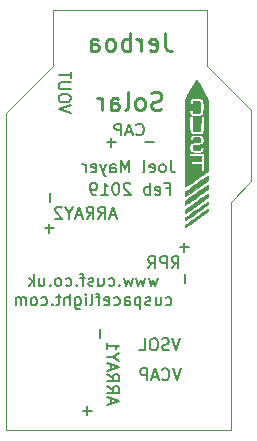
<source format=gbr>
%TF.GenerationSoftware,KiCad,Pcbnew,(5.0.0-rc3-dev)*%
%TF.CreationDate,2019-02-19T23:08:01+00:00*%
%TF.ProjectId,solar_breakout,736F6C61725F627265616B6F75742E6B,rev?*%
%TF.SameCoordinates,Original*%
%TF.FileFunction,Legend,Bot*%
%TF.FilePolarity,Positive*%
%FSLAX46Y46*%
G04 Gerber Fmt 4.6, Leading zero omitted, Abs format (unit mm)*
G04 Created by KiCad (PCBNEW (5.0.0-rc3-dev)) date 02/19/19 23:08:01*
%MOMM*%
%LPD*%
G01*
G04 APERTURE LIST*
%ADD10C,0.150000*%
%ADD11C,0.250000*%
%ADD12C,0.010000*%
%ADD13C,0.100000*%
G04 APERTURE END LIST*
D10*
X151512540Y-111391274D02*
X151322064Y-112057940D01*
X151131588Y-111581750D01*
X150941112Y-112057940D01*
X150750636Y-111391274D01*
X150464921Y-111391274D02*
X150274445Y-112057940D01*
X150083969Y-111581750D01*
X149893493Y-112057940D01*
X149703017Y-111391274D01*
X149417302Y-111391274D02*
X149226826Y-112057940D01*
X149036350Y-111581750D01*
X148845874Y-112057940D01*
X148655398Y-111391274D01*
X148274445Y-111962702D02*
X148226826Y-112010321D01*
X148274445Y-112057940D01*
X148322064Y-112010321D01*
X148274445Y-111962702D01*
X148274445Y-112057940D01*
X147369683Y-112010321D02*
X147464921Y-112057940D01*
X147655398Y-112057940D01*
X147750636Y-112010321D01*
X147798255Y-111962702D01*
X147845874Y-111867464D01*
X147845874Y-111581750D01*
X147798255Y-111486512D01*
X147750636Y-111438893D01*
X147655398Y-111391274D01*
X147464921Y-111391274D01*
X147369683Y-111438893D01*
X146512540Y-111391274D02*
X146512540Y-112057940D01*
X146941112Y-111391274D02*
X146941112Y-111915083D01*
X146893493Y-112010321D01*
X146798255Y-112057940D01*
X146655398Y-112057940D01*
X146560160Y-112010321D01*
X146512540Y-111962702D01*
X146083969Y-112010321D02*
X145988731Y-112057940D01*
X145798255Y-112057940D01*
X145703017Y-112010321D01*
X145655398Y-111915083D01*
X145655398Y-111867464D01*
X145703017Y-111772226D01*
X145798255Y-111724607D01*
X145941112Y-111724607D01*
X146036350Y-111676988D01*
X146083969Y-111581750D01*
X146083969Y-111534131D01*
X146036350Y-111438893D01*
X145941112Y-111391274D01*
X145798255Y-111391274D01*
X145703017Y-111438893D01*
X145369683Y-111391274D02*
X144988731Y-111391274D01*
X145226826Y-112057940D02*
X145226826Y-111200798D01*
X145179207Y-111105560D01*
X145083969Y-111057940D01*
X144988731Y-111057940D01*
X144655398Y-111962702D02*
X144607779Y-112010321D01*
X144655398Y-112057940D01*
X144703017Y-112010321D01*
X144655398Y-111962702D01*
X144655398Y-112057940D01*
X143750636Y-112010321D02*
X143845874Y-112057940D01*
X144036350Y-112057940D01*
X144131588Y-112010321D01*
X144179207Y-111962702D01*
X144226826Y-111867464D01*
X144226826Y-111581750D01*
X144179207Y-111486512D01*
X144131588Y-111438893D01*
X144036350Y-111391274D01*
X143845874Y-111391274D01*
X143750636Y-111438893D01*
X143179207Y-112057940D02*
X143274445Y-112010321D01*
X143322064Y-111962702D01*
X143369683Y-111867464D01*
X143369683Y-111581750D01*
X143322064Y-111486512D01*
X143274445Y-111438893D01*
X143179207Y-111391274D01*
X143036350Y-111391274D01*
X142941112Y-111438893D01*
X142893493Y-111486512D01*
X142845874Y-111581750D01*
X142845874Y-111867464D01*
X142893493Y-111962702D01*
X142941112Y-112010321D01*
X143036350Y-112057940D01*
X143179207Y-112057940D01*
X142417302Y-111962702D02*
X142369683Y-112010321D01*
X142417302Y-112057940D01*
X142464921Y-112010321D01*
X142417302Y-111962702D01*
X142417302Y-112057940D01*
X141512540Y-111391274D02*
X141512540Y-112057940D01*
X141941112Y-111391274D02*
X141941112Y-111915083D01*
X141893493Y-112010321D01*
X141798255Y-112057940D01*
X141655398Y-112057940D01*
X141560160Y-112010321D01*
X141512540Y-111962702D01*
X141036350Y-112057940D02*
X141036350Y-111057940D01*
X140941112Y-111676988D02*
X140655398Y-112057940D01*
X140655398Y-111391274D02*
X141036350Y-111772226D01*
X152203017Y-113660321D02*
X152298255Y-113707940D01*
X152488731Y-113707940D01*
X152583969Y-113660321D01*
X152631588Y-113612702D01*
X152679207Y-113517464D01*
X152679207Y-113231750D01*
X152631588Y-113136512D01*
X152583969Y-113088893D01*
X152488731Y-113041274D01*
X152298255Y-113041274D01*
X152203017Y-113088893D01*
X151345874Y-113041274D02*
X151345874Y-113707940D01*
X151774445Y-113041274D02*
X151774445Y-113565083D01*
X151726826Y-113660321D01*
X151631588Y-113707940D01*
X151488731Y-113707940D01*
X151393493Y-113660321D01*
X151345874Y-113612702D01*
X150917302Y-113660321D02*
X150822064Y-113707940D01*
X150631588Y-113707940D01*
X150536350Y-113660321D01*
X150488731Y-113565083D01*
X150488731Y-113517464D01*
X150536350Y-113422226D01*
X150631588Y-113374607D01*
X150774445Y-113374607D01*
X150869683Y-113326988D01*
X150917302Y-113231750D01*
X150917302Y-113184131D01*
X150869683Y-113088893D01*
X150774445Y-113041274D01*
X150631588Y-113041274D01*
X150536350Y-113088893D01*
X150060160Y-113041274D02*
X150060160Y-114041274D01*
X150060160Y-113088893D02*
X149964921Y-113041274D01*
X149774445Y-113041274D01*
X149679207Y-113088893D01*
X149631588Y-113136512D01*
X149583969Y-113231750D01*
X149583969Y-113517464D01*
X149631588Y-113612702D01*
X149679207Y-113660321D01*
X149774445Y-113707940D01*
X149964921Y-113707940D01*
X150060160Y-113660321D01*
X148726826Y-113707940D02*
X148726826Y-113184131D01*
X148774445Y-113088893D01*
X148869683Y-113041274D01*
X149060160Y-113041274D01*
X149155398Y-113088893D01*
X148726826Y-113660321D02*
X148822064Y-113707940D01*
X149060160Y-113707940D01*
X149155398Y-113660321D01*
X149203017Y-113565083D01*
X149203017Y-113469845D01*
X149155398Y-113374607D01*
X149060160Y-113326988D01*
X148822064Y-113326988D01*
X148726826Y-113279369D01*
X147822064Y-113660321D02*
X147917302Y-113707940D01*
X148107779Y-113707940D01*
X148203017Y-113660321D01*
X148250636Y-113612702D01*
X148298255Y-113517464D01*
X148298255Y-113231750D01*
X148250636Y-113136512D01*
X148203017Y-113088893D01*
X148107779Y-113041274D01*
X147917302Y-113041274D01*
X147822064Y-113088893D01*
X147012540Y-113660321D02*
X147107779Y-113707940D01*
X147298255Y-113707940D01*
X147393493Y-113660321D01*
X147441112Y-113565083D01*
X147441112Y-113184131D01*
X147393493Y-113088893D01*
X147298255Y-113041274D01*
X147107779Y-113041274D01*
X147012540Y-113088893D01*
X146964921Y-113184131D01*
X146964921Y-113279369D01*
X147441112Y-113374607D01*
X146679207Y-113041274D02*
X146298255Y-113041274D01*
X146536350Y-113707940D02*
X146536350Y-112850798D01*
X146488731Y-112755560D01*
X146393493Y-112707940D01*
X146298255Y-112707940D01*
X145822064Y-113707940D02*
X145917302Y-113660321D01*
X145964921Y-113565083D01*
X145964921Y-112707940D01*
X145441112Y-113707940D02*
X145441112Y-113041274D01*
X145441112Y-112707940D02*
X145488731Y-112755560D01*
X145441112Y-112803179D01*
X145393493Y-112755560D01*
X145441112Y-112707940D01*
X145441112Y-112803179D01*
X144536350Y-113041274D02*
X144536350Y-113850798D01*
X144583969Y-113946036D01*
X144631588Y-113993655D01*
X144726826Y-114041274D01*
X144869683Y-114041274D01*
X144964921Y-113993655D01*
X144536350Y-113660321D02*
X144631588Y-113707940D01*
X144822064Y-113707940D01*
X144917302Y-113660321D01*
X144964921Y-113612702D01*
X145012540Y-113517464D01*
X145012540Y-113231750D01*
X144964921Y-113136512D01*
X144917302Y-113088893D01*
X144822064Y-113041274D01*
X144631588Y-113041274D01*
X144536350Y-113088893D01*
X144060160Y-113707940D02*
X144060160Y-112707940D01*
X143631588Y-113707940D02*
X143631588Y-113184131D01*
X143679207Y-113088893D01*
X143774445Y-113041274D01*
X143917302Y-113041274D01*
X144012540Y-113088893D01*
X144060160Y-113136512D01*
X143298255Y-113041274D02*
X142917302Y-113041274D01*
X143155398Y-112707940D02*
X143155398Y-113565083D01*
X143107779Y-113660321D01*
X143012540Y-113707940D01*
X142917302Y-113707940D01*
X142583969Y-113612702D02*
X142536350Y-113660321D01*
X142583969Y-113707940D01*
X142631588Y-113660321D01*
X142583969Y-113612702D01*
X142583969Y-113707940D01*
X141679207Y-113660321D02*
X141774445Y-113707940D01*
X141964921Y-113707940D01*
X142060160Y-113660321D01*
X142107779Y-113612702D01*
X142155398Y-113517464D01*
X142155398Y-113231750D01*
X142107779Y-113136512D01*
X142060160Y-113088893D01*
X141964921Y-113041274D01*
X141774445Y-113041274D01*
X141679207Y-113088893D01*
X141107779Y-113707940D02*
X141203017Y-113660321D01*
X141250636Y-113612702D01*
X141298255Y-113517464D01*
X141298255Y-113231750D01*
X141250636Y-113136512D01*
X141203017Y-113088893D01*
X141107779Y-113041274D01*
X140964921Y-113041274D01*
X140869683Y-113088893D01*
X140822064Y-113136512D01*
X140774445Y-113231750D01*
X140774445Y-113517464D01*
X140822064Y-113612702D01*
X140869683Y-113660321D01*
X140964921Y-113707940D01*
X141107779Y-113707940D01*
X140345874Y-113707940D02*
X140345874Y-113041274D01*
X140345874Y-113136512D02*
X140298255Y-113088893D01*
X140203017Y-113041274D01*
X140060160Y-113041274D01*
X139964921Y-113088893D01*
X139917302Y-113184131D01*
X139917302Y-113707940D01*
X139917302Y-113184131D02*
X139869683Y-113088893D01*
X139774445Y-113041274D01*
X139631588Y-113041274D01*
X139536350Y-113088893D01*
X139488731Y-113184131D01*
X139488731Y-113707940D01*
X152223809Y-103814571D02*
X152557142Y-103814571D01*
X152557142Y-104338380D02*
X152557142Y-103338380D01*
X152080952Y-103338380D01*
X151319047Y-104290761D02*
X151414285Y-104338380D01*
X151604761Y-104338380D01*
X151700000Y-104290761D01*
X151747619Y-104195523D01*
X151747619Y-103814571D01*
X151700000Y-103719333D01*
X151604761Y-103671714D01*
X151414285Y-103671714D01*
X151319047Y-103719333D01*
X151271428Y-103814571D01*
X151271428Y-103909809D01*
X151747619Y-104005047D01*
X150842857Y-104338380D02*
X150842857Y-103338380D01*
X150842857Y-103719333D02*
X150747619Y-103671714D01*
X150557142Y-103671714D01*
X150461904Y-103719333D01*
X150414285Y-103766952D01*
X150366666Y-103862190D01*
X150366666Y-104147904D01*
X150414285Y-104243142D01*
X150461904Y-104290761D01*
X150557142Y-104338380D01*
X150747619Y-104338380D01*
X150842857Y-104290761D01*
X149223809Y-103433619D02*
X149176190Y-103386000D01*
X149080952Y-103338380D01*
X148842857Y-103338380D01*
X148747619Y-103386000D01*
X148700000Y-103433619D01*
X148652380Y-103528857D01*
X148652380Y-103624095D01*
X148700000Y-103766952D01*
X149271428Y-104338380D01*
X148652380Y-104338380D01*
X148033333Y-103338380D02*
X147938095Y-103338380D01*
X147842857Y-103386000D01*
X147795238Y-103433619D01*
X147747619Y-103528857D01*
X147700000Y-103719333D01*
X147700000Y-103957428D01*
X147747619Y-104147904D01*
X147795238Y-104243142D01*
X147842857Y-104290761D01*
X147938095Y-104338380D01*
X148033333Y-104338380D01*
X148128571Y-104290761D01*
X148176190Y-104243142D01*
X148223809Y-104147904D01*
X148271428Y-103957428D01*
X148271428Y-103719333D01*
X148223809Y-103528857D01*
X148176190Y-103433619D01*
X148128571Y-103386000D01*
X148033333Y-103338380D01*
X146747619Y-104338380D02*
X147319047Y-104338380D01*
X147033333Y-104338380D02*
X147033333Y-103338380D01*
X147128571Y-103481238D01*
X147223809Y-103576476D01*
X147319047Y-103624095D01*
X146271428Y-104338380D02*
X146080952Y-104338380D01*
X145985714Y-104290761D01*
X145938095Y-104243142D01*
X145842857Y-104100285D01*
X145795238Y-103909809D01*
X145795238Y-103528857D01*
X145842857Y-103433619D01*
X145890476Y-103386000D01*
X145985714Y-103338380D01*
X146176190Y-103338380D01*
X146271428Y-103386000D01*
X146319047Y-103433619D01*
X146366666Y-103528857D01*
X146366666Y-103766952D01*
X146319047Y-103862190D01*
X146271428Y-103909809D01*
X146176190Y-103957428D01*
X145985714Y-103957428D01*
X145890476Y-103909809D01*
X145842857Y-103862190D01*
X145795238Y-103766952D01*
X152621809Y-101433380D02*
X152621809Y-102147666D01*
X152669428Y-102290523D01*
X152764666Y-102385761D01*
X152907523Y-102433380D01*
X153002761Y-102433380D01*
X152002761Y-102433380D02*
X152098000Y-102385761D01*
X152145619Y-102338142D01*
X152193238Y-102242904D01*
X152193238Y-101957190D01*
X152145619Y-101861952D01*
X152098000Y-101814333D01*
X152002761Y-101766714D01*
X151859904Y-101766714D01*
X151764666Y-101814333D01*
X151717047Y-101861952D01*
X151669428Y-101957190D01*
X151669428Y-102242904D01*
X151717047Y-102338142D01*
X151764666Y-102385761D01*
X151859904Y-102433380D01*
X152002761Y-102433380D01*
X150859904Y-102385761D02*
X150955142Y-102433380D01*
X151145619Y-102433380D01*
X151240857Y-102385761D01*
X151288476Y-102290523D01*
X151288476Y-101909571D01*
X151240857Y-101814333D01*
X151145619Y-101766714D01*
X150955142Y-101766714D01*
X150859904Y-101814333D01*
X150812285Y-101909571D01*
X150812285Y-102004809D01*
X151288476Y-102100047D01*
X150240857Y-102433380D02*
X150336095Y-102385761D01*
X150383714Y-102290523D01*
X150383714Y-101433380D01*
X149098000Y-102433380D02*
X149098000Y-101433380D01*
X148764666Y-102147666D01*
X148431333Y-101433380D01*
X148431333Y-102433380D01*
X147526571Y-102433380D02*
X147526571Y-101909571D01*
X147574190Y-101814333D01*
X147669428Y-101766714D01*
X147859904Y-101766714D01*
X147955142Y-101814333D01*
X147526571Y-102385761D02*
X147621809Y-102433380D01*
X147859904Y-102433380D01*
X147955142Y-102385761D01*
X148002761Y-102290523D01*
X148002761Y-102195285D01*
X147955142Y-102100047D01*
X147859904Y-102052428D01*
X147621809Y-102052428D01*
X147526571Y-102004809D01*
X147145619Y-101766714D02*
X146907523Y-102433380D01*
X146669428Y-101766714D02*
X146907523Y-102433380D01*
X147002761Y-102671476D01*
X147050380Y-102719095D01*
X147145619Y-102766714D01*
X145907523Y-102385761D02*
X146002761Y-102433380D01*
X146193238Y-102433380D01*
X146288476Y-102385761D01*
X146336095Y-102290523D01*
X146336095Y-101909571D01*
X146288476Y-101814333D01*
X146193238Y-101766714D01*
X146002761Y-101766714D01*
X145907523Y-101814333D01*
X145859904Y-101909571D01*
X145859904Y-102004809D01*
X146336095Y-102100047D01*
X145431333Y-102433380D02*
X145431333Y-101766714D01*
X145431333Y-101957190D02*
X145383714Y-101861952D01*
X145336095Y-101814333D01*
X145240857Y-101766714D01*
X145145619Y-101766714D01*
X142413028Y-104190847D02*
X142413028Y-104952752D01*
X153846052Y-111785352D02*
X153846052Y-111023447D01*
D11*
X152128571Y-90678571D02*
X152128571Y-91750000D01*
X152200000Y-91964285D01*
X152342857Y-92107142D01*
X152557142Y-92178571D01*
X152700000Y-92178571D01*
X150842857Y-92107142D02*
X150985714Y-92178571D01*
X151271428Y-92178571D01*
X151414285Y-92107142D01*
X151485714Y-91964285D01*
X151485714Y-91392857D01*
X151414285Y-91250000D01*
X151271428Y-91178571D01*
X150985714Y-91178571D01*
X150842857Y-91250000D01*
X150771428Y-91392857D01*
X150771428Y-91535714D01*
X151485714Y-91678571D01*
X150128571Y-92178571D02*
X150128571Y-91178571D01*
X150128571Y-91464285D02*
X150057142Y-91321428D01*
X149985714Y-91250000D01*
X149842857Y-91178571D01*
X149700000Y-91178571D01*
X149200000Y-92178571D02*
X149200000Y-90678571D01*
X149200000Y-91250000D02*
X149057142Y-91178571D01*
X148771428Y-91178571D01*
X148628571Y-91250000D01*
X148557142Y-91321428D01*
X148485714Y-91464285D01*
X148485714Y-91892857D01*
X148557142Y-92035714D01*
X148628571Y-92107142D01*
X148771428Y-92178571D01*
X149057142Y-92178571D01*
X149200000Y-92107142D01*
X147628571Y-92178571D02*
X147771428Y-92107142D01*
X147842857Y-92035714D01*
X147914285Y-91892857D01*
X147914285Y-91464285D01*
X147842857Y-91321428D01*
X147771428Y-91250000D01*
X147628571Y-91178571D01*
X147414285Y-91178571D01*
X147271428Y-91250000D01*
X147200000Y-91321428D01*
X147128571Y-91464285D01*
X147128571Y-91892857D01*
X147200000Y-92035714D01*
X147271428Y-92107142D01*
X147414285Y-92178571D01*
X147628571Y-92178571D01*
X145842857Y-92178571D02*
X145842857Y-91392857D01*
X145914285Y-91250000D01*
X146057142Y-91178571D01*
X146342857Y-91178571D01*
X146485714Y-91250000D01*
X145842857Y-92107142D02*
X145985714Y-92178571D01*
X146342857Y-92178571D01*
X146485714Y-92107142D01*
X146557142Y-91964285D01*
X146557142Y-91821428D01*
X146485714Y-91678571D01*
X146342857Y-91607142D01*
X145985714Y-91607142D01*
X145842857Y-91535714D01*
X151842857Y-97107142D02*
X151628571Y-97178571D01*
X151271428Y-97178571D01*
X151128571Y-97107142D01*
X151057142Y-97035714D01*
X150985714Y-96892857D01*
X150985714Y-96750000D01*
X151057142Y-96607142D01*
X151128571Y-96535714D01*
X151271428Y-96464285D01*
X151557142Y-96392857D01*
X151700000Y-96321428D01*
X151771428Y-96250000D01*
X151842857Y-96107142D01*
X151842857Y-95964285D01*
X151771428Y-95821428D01*
X151700000Y-95750000D01*
X151557142Y-95678571D01*
X151200000Y-95678571D01*
X150985714Y-95750000D01*
X150128571Y-97178571D02*
X150271428Y-97107142D01*
X150342857Y-97035714D01*
X150414285Y-96892857D01*
X150414285Y-96464285D01*
X150342857Y-96321428D01*
X150271428Y-96250000D01*
X150128571Y-96178571D01*
X149914285Y-96178571D01*
X149771428Y-96250000D01*
X149700000Y-96321428D01*
X149628571Y-96464285D01*
X149628571Y-96892857D01*
X149700000Y-97035714D01*
X149771428Y-97107142D01*
X149914285Y-97178571D01*
X150128571Y-97178571D01*
X148771428Y-97178571D02*
X148914285Y-97107142D01*
X148985714Y-96964285D01*
X148985714Y-95678571D01*
X147557142Y-97178571D02*
X147557142Y-96392857D01*
X147628571Y-96250000D01*
X147771428Y-96178571D01*
X148057142Y-96178571D01*
X148200000Y-96250000D01*
X147557142Y-97107142D02*
X147700000Y-97178571D01*
X148057142Y-97178571D01*
X148200000Y-97107142D01*
X148271428Y-96964285D01*
X148271428Y-96821428D01*
X148200000Y-96678571D01*
X148057142Y-96607142D01*
X147700000Y-96607142D01*
X147557142Y-96535714D01*
X146842857Y-97178571D02*
X146842857Y-96178571D01*
X146842857Y-96464285D02*
X146771428Y-96321428D01*
X146700000Y-96250000D01*
X146557142Y-96178571D01*
X146414285Y-96178571D01*
D12*
X157700000Y-124300000D02*
X138700000Y-124300000D01*
X157700000Y-104950000D02*
X157700000Y-124300000D01*
X159450000Y-97200000D02*
X159450000Y-103200000D01*
X157700000Y-104950000D02*
X159450000Y-103200000D01*
X138700000Y-97450000D02*
X138700000Y-124300000D01*
X155700000Y-93450000D02*
X155700000Y-88700000D01*
X159450000Y-97200000D02*
X155700000Y-93450000D01*
X142700000Y-93450000D02*
X142700000Y-88700000D01*
X138700000Y-97450000D02*
X142700000Y-93450000D01*
X155700000Y-88700000D02*
X142700000Y-88700000D01*
D10*
X147986428Y-106084666D02*
X147510238Y-106084666D01*
X148081666Y-106370380D02*
X147748333Y-105370380D01*
X147415000Y-106370380D01*
X146510238Y-106370380D02*
X146843571Y-105894190D01*
X147081666Y-106370380D02*
X147081666Y-105370380D01*
X146700714Y-105370380D01*
X146605476Y-105418000D01*
X146557857Y-105465619D01*
X146510238Y-105560857D01*
X146510238Y-105703714D01*
X146557857Y-105798952D01*
X146605476Y-105846571D01*
X146700714Y-105894190D01*
X147081666Y-105894190D01*
X145510238Y-106370380D02*
X145843571Y-105894190D01*
X146081666Y-106370380D02*
X146081666Y-105370380D01*
X145700714Y-105370380D01*
X145605476Y-105418000D01*
X145557857Y-105465619D01*
X145510238Y-105560857D01*
X145510238Y-105703714D01*
X145557857Y-105798952D01*
X145605476Y-105846571D01*
X145700714Y-105894190D01*
X146081666Y-105894190D01*
X145129285Y-106084666D02*
X144653095Y-106084666D01*
X145224523Y-106370380D02*
X144891190Y-105370380D01*
X144557857Y-106370380D01*
X144034047Y-105894190D02*
X144034047Y-106370380D01*
X144367380Y-105370380D02*
X144034047Y-105894190D01*
X143700714Y-105370380D01*
X143415000Y-105465619D02*
X143367380Y-105418000D01*
X143272142Y-105370380D01*
X143034047Y-105370380D01*
X142938809Y-105418000D01*
X142891190Y-105465619D01*
X142843571Y-105560857D01*
X142843571Y-105656095D01*
X142891190Y-105798952D01*
X143462619Y-106370380D01*
X142843571Y-106370380D01*
X146629428Y-115697047D02*
X146629428Y-116458952D01*
X153409528Y-108792971D02*
X154171433Y-108792971D01*
X153790481Y-108412019D02*
X153790481Y-109173923D01*
X142722552Y-107183228D02*
X141960647Y-107183228D01*
X142341600Y-107564180D02*
X142341600Y-106802276D01*
X145922952Y-122626428D02*
X145161047Y-122626428D01*
X145542000Y-123007380D02*
X145542000Y-122245476D01*
X149717047Y-99226642D02*
X149764666Y-99274261D01*
X149907523Y-99321880D01*
X150002761Y-99321880D01*
X150145619Y-99274261D01*
X150240857Y-99179023D01*
X150288476Y-99083785D01*
X150336095Y-98893309D01*
X150336095Y-98750452D01*
X150288476Y-98559976D01*
X150240857Y-98464738D01*
X150145619Y-98369500D01*
X150002761Y-98321880D01*
X149907523Y-98321880D01*
X149764666Y-98369500D01*
X149717047Y-98417119D01*
X149336095Y-99036166D02*
X148859904Y-99036166D01*
X149431333Y-99321880D02*
X149098000Y-98321880D01*
X148764666Y-99321880D01*
X148431333Y-99321880D02*
X148431333Y-98321880D01*
X148050380Y-98321880D01*
X147955142Y-98369500D01*
X147907523Y-98417119D01*
X147859904Y-98512357D01*
X147859904Y-98655214D01*
X147907523Y-98750452D01*
X147955142Y-98798071D01*
X148050380Y-98845690D01*
X148431333Y-98845690D01*
X152709476Y-110561380D02*
X153042809Y-110085190D01*
X153280904Y-110561380D02*
X153280904Y-109561380D01*
X152899952Y-109561380D01*
X152804714Y-109609000D01*
X152757095Y-109656619D01*
X152709476Y-109751857D01*
X152709476Y-109894714D01*
X152757095Y-109989952D01*
X152804714Y-110037571D01*
X152899952Y-110085190D01*
X153280904Y-110085190D01*
X152280904Y-110561380D02*
X152280904Y-109561380D01*
X151899952Y-109561380D01*
X151804714Y-109609000D01*
X151757095Y-109656619D01*
X151709476Y-109751857D01*
X151709476Y-109894714D01*
X151757095Y-109989952D01*
X151804714Y-110037571D01*
X151899952Y-110085190D01*
X152280904Y-110085190D01*
X150709476Y-110561380D02*
X151042809Y-110085190D01*
X151280904Y-110561380D02*
X151280904Y-109561380D01*
X150899952Y-109561380D01*
X150804714Y-109609000D01*
X150757095Y-109656619D01*
X150709476Y-109751857D01*
X150709476Y-109894714D01*
X150757095Y-109989952D01*
X150804714Y-110037571D01*
X150899952Y-110085190D01*
X151280904Y-110085190D01*
X147534333Y-122014928D02*
X147534333Y-121538738D01*
X147248619Y-122110166D02*
X148248619Y-121776833D01*
X147248619Y-121443500D01*
X147248619Y-120538738D02*
X147724809Y-120872071D01*
X147248619Y-121110166D02*
X148248619Y-121110166D01*
X148248619Y-120729214D01*
X148201000Y-120633976D01*
X148153380Y-120586357D01*
X148058142Y-120538738D01*
X147915285Y-120538738D01*
X147820047Y-120586357D01*
X147772428Y-120633976D01*
X147724809Y-120729214D01*
X147724809Y-121110166D01*
X147248619Y-119538738D02*
X147724809Y-119872071D01*
X147248619Y-120110166D02*
X148248619Y-120110166D01*
X148248619Y-119729214D01*
X148201000Y-119633976D01*
X148153380Y-119586357D01*
X148058142Y-119538738D01*
X147915285Y-119538738D01*
X147820047Y-119586357D01*
X147772428Y-119633976D01*
X147724809Y-119729214D01*
X147724809Y-120110166D01*
X147534333Y-119157785D02*
X147534333Y-118681595D01*
X147248619Y-119253023D02*
X148248619Y-118919690D01*
X147248619Y-118586357D01*
X147724809Y-118062547D02*
X147248619Y-118062547D01*
X148248619Y-118395880D02*
X147724809Y-118062547D01*
X148248619Y-117729214D01*
X147248619Y-116872071D02*
X147248619Y-117443500D01*
X147248619Y-117157785D02*
X148248619Y-117157785D01*
X148105761Y-117253023D01*
X148010523Y-117348261D01*
X147962904Y-117443500D01*
X153461904Y-119052380D02*
X153128571Y-120052380D01*
X152795238Y-119052380D01*
X151890476Y-119957142D02*
X151938095Y-120004761D01*
X152080952Y-120052380D01*
X152176190Y-120052380D01*
X152319047Y-120004761D01*
X152414285Y-119909523D01*
X152461904Y-119814285D01*
X152509523Y-119623809D01*
X152509523Y-119480952D01*
X152461904Y-119290476D01*
X152414285Y-119195238D01*
X152319047Y-119100000D01*
X152176190Y-119052380D01*
X152080952Y-119052380D01*
X151938095Y-119100000D01*
X151890476Y-119147619D01*
X151509523Y-119766666D02*
X151033333Y-119766666D01*
X151604761Y-120052380D02*
X151271428Y-119052380D01*
X150938095Y-120052380D01*
X150604761Y-120052380D02*
X150604761Y-119052380D01*
X150223809Y-119052380D01*
X150128571Y-119100000D01*
X150080952Y-119147619D01*
X150033333Y-119242857D01*
X150033333Y-119385714D01*
X150080952Y-119480952D01*
X150128571Y-119528571D01*
X150223809Y-119576190D01*
X150604761Y-119576190D01*
X153438095Y-116512380D02*
X153104761Y-117512380D01*
X152771428Y-116512380D01*
X152485714Y-117464761D02*
X152342857Y-117512380D01*
X152104761Y-117512380D01*
X152009523Y-117464761D01*
X151961904Y-117417142D01*
X151914285Y-117321904D01*
X151914285Y-117226666D01*
X151961904Y-117131428D01*
X152009523Y-117083809D01*
X152104761Y-117036190D01*
X152295238Y-116988571D01*
X152390476Y-116940952D01*
X152438095Y-116893333D01*
X152485714Y-116798095D01*
X152485714Y-116702857D01*
X152438095Y-116607619D01*
X152390476Y-116560000D01*
X152295238Y-116512380D01*
X152057142Y-116512380D01*
X151914285Y-116560000D01*
X151295238Y-116512380D02*
X151104761Y-116512380D01*
X151009523Y-116560000D01*
X150914285Y-116655238D01*
X150866666Y-116845714D01*
X150866666Y-117179047D01*
X150914285Y-117369523D01*
X151009523Y-117464761D01*
X151104761Y-117512380D01*
X151295238Y-117512380D01*
X151390476Y-117464761D01*
X151485714Y-117369523D01*
X151533333Y-117179047D01*
X151533333Y-116845714D01*
X151485714Y-116655238D01*
X151390476Y-116560000D01*
X151295238Y-116512380D01*
X149961904Y-117512380D02*
X150438095Y-117512380D01*
X150438095Y-116512380D01*
X144147619Y-97456404D02*
X143147619Y-97123071D01*
X144147619Y-96789738D01*
X144147619Y-96265928D02*
X144147619Y-96075452D01*
X144100000Y-95980214D01*
X144004761Y-95884976D01*
X143814285Y-95837357D01*
X143480952Y-95837357D01*
X143290476Y-95884976D01*
X143195238Y-95980214D01*
X143147619Y-96075452D01*
X143147619Y-96265928D01*
X143195238Y-96361166D01*
X143290476Y-96456404D01*
X143480952Y-96504023D01*
X143814285Y-96504023D01*
X144004761Y-96456404D01*
X144100000Y-96361166D01*
X144147619Y-96265928D01*
X144147619Y-95408785D02*
X143338095Y-95408785D01*
X143242857Y-95361166D01*
X143195238Y-95313547D01*
X143147619Y-95218309D01*
X143147619Y-95027833D01*
X143195238Y-94932595D01*
X143242857Y-94884976D01*
X143338095Y-94837357D01*
X144147619Y-94837357D01*
X144147619Y-94504023D02*
X144147619Y-93932595D01*
X143147619Y-94218309D02*
X144147619Y-94218309D01*
D13*
G36*
X153818046Y-96325874D02*
X153823398Y-99973645D01*
X153824078Y-100434080D01*
X153824723Y-100854045D01*
X153825357Y-101235406D01*
X153826005Y-101580026D01*
X153826689Y-101889770D01*
X153827436Y-102166502D01*
X153828270Y-102412087D01*
X153829214Y-102628388D01*
X153830293Y-102817271D01*
X153831531Y-102980598D01*
X153832953Y-103120235D01*
X153834583Y-103238047D01*
X153836445Y-103335896D01*
X153838564Y-103415648D01*
X153840964Y-103479166D01*
X153843670Y-103528315D01*
X153846705Y-103564960D01*
X153850094Y-103590965D01*
X153853862Y-103608193D01*
X153858032Y-103618509D01*
X153862629Y-103623778D01*
X153867678Y-103625864D01*
X153871083Y-103626380D01*
X153898457Y-103615381D01*
X153958353Y-103580682D01*
X154049026Y-103523439D01*
X154168729Y-103444807D01*
X154193027Y-103428463D01*
X154193027Y-97133833D01*
X154333680Y-97133833D01*
X154474333Y-97133833D01*
X154474333Y-97206539D01*
X154486339Y-97303783D01*
X154520165Y-97375782D01*
X154556933Y-97407894D01*
X154616433Y-97426846D01*
X154702921Y-97439361D01*
X154801453Y-97444794D01*
X154897081Y-97442495D01*
X154974859Y-97431820D01*
X154992847Y-97426763D01*
X155038411Y-97406484D01*
X155073016Y-97376681D01*
X155098128Y-97331854D01*
X155115211Y-97266501D01*
X155125730Y-97175120D01*
X155131149Y-97052210D01*
X155132910Y-96900690D01*
X155131068Y-96737848D01*
X155123808Y-96612828D01*
X155110258Y-96521364D01*
X155089542Y-96459188D01*
X155060786Y-96422034D01*
X155031890Y-96407590D01*
X154939724Y-96386050D01*
X154858144Y-96377607D01*
X154765324Y-96380626D01*
X154722786Y-96384416D01*
X154618810Y-96400503D01*
X154550549Y-96427568D01*
X154511832Y-96470440D01*
X154496490Y-96533950D01*
X154495500Y-96562333D01*
X154495500Y-96647000D01*
X154355019Y-96647000D01*
X154214537Y-96647000D01*
X154225233Y-96513752D01*
X154242419Y-96395841D01*
X154275690Y-96305074D01*
X154329524Y-96238415D01*
X154408395Y-96192829D01*
X154516781Y-96165282D01*
X154659158Y-96152739D01*
X154760083Y-96151145D01*
X154937376Y-96156981D01*
X155078316Y-96174939D01*
X155187670Y-96207090D01*
X155270207Y-96255503D01*
X155330697Y-96322249D01*
X155373908Y-96409399D01*
X155377409Y-96419163D01*
X155398027Y-96508234D01*
X155411139Y-96628487D01*
X155417111Y-96770268D01*
X155416308Y-96923918D01*
X155409096Y-97079780D01*
X155395841Y-97228198D01*
X155376909Y-97359514D01*
X155352663Y-97464071D01*
X155336155Y-97508990D01*
X155290635Y-97565881D01*
X155214517Y-97616321D01*
X155119533Y-97653206D01*
X155084267Y-97661547D01*
X154979129Y-97674948D01*
X154849832Y-97680825D01*
X154713871Y-97679193D01*
X154588741Y-97670068D01*
X154526273Y-97661028D01*
X154447720Y-97643396D01*
X154378164Y-97622531D01*
X154345323Y-97609044D01*
X154284085Y-97553934D01*
X154239019Y-97461307D01*
X154210951Y-97333103D01*
X154205397Y-97281390D01*
X154193027Y-97133833D01*
X154193027Y-103428463D01*
X154194880Y-103427217D01*
X154194880Y-97705333D01*
X154334607Y-97705333D01*
X154474333Y-97705333D01*
X154475255Y-98218625D01*
X154476350Y-98412004D01*
X154479161Y-98567581D01*
X154484128Y-98689868D01*
X154491692Y-98783378D01*
X154502291Y-98852623D01*
X154516368Y-98902114D01*
X154534360Y-98936364D01*
X154546688Y-98950947D01*
X154586297Y-98968743D01*
X154656479Y-98981029D01*
X154745857Y-98987787D01*
X154843053Y-98988996D01*
X154936692Y-98984638D01*
X155015396Y-98974692D01*
X155067790Y-98959141D01*
X155078339Y-98951853D01*
X155099428Y-98924242D01*
X155116157Y-98885101D01*
X155128992Y-98829788D01*
X155138403Y-98753658D01*
X155144857Y-98652069D01*
X155148821Y-98520376D01*
X155150764Y-98353936D01*
X155151162Y-98229208D01*
X155151666Y-97705333D01*
X155290927Y-97705333D01*
X155430187Y-97705333D01*
X155422824Y-98324458D01*
X155420258Y-98510457D01*
X155417279Y-98658933D01*
X155413602Y-98774695D01*
X155408941Y-98862553D01*
X155403011Y-98927317D01*
X155395527Y-98973797D01*
X155386205Y-99006802D01*
X155381735Y-99017667D01*
X155328076Y-99104172D01*
X155254206Y-99162558D01*
X155156971Y-99199423D01*
X155073895Y-99214079D01*
X154962429Y-99223338D01*
X154836186Y-99227073D01*
X154708781Y-99225155D01*
X154593829Y-99217456D01*
X154512417Y-99205508D01*
X154400934Y-99171412D01*
X154321738Y-99120303D01*
X154266131Y-99045779D01*
X154250493Y-99012648D01*
X154239085Y-98981022D01*
X154229941Y-98942537D01*
X154222713Y-98891987D01*
X154217050Y-98824169D01*
X154212604Y-98733879D01*
X154209026Y-98615913D01*
X154205966Y-98465067D01*
X154203609Y-98313875D01*
X154194880Y-97705333D01*
X154194880Y-103427217D01*
X154199166Y-103424334D01*
X154199166Y-101049667D01*
X154199166Y-100933250D01*
X154199166Y-100816833D01*
X154210115Y-100816833D01*
X154210115Y-100325994D01*
X154216656Y-100210183D01*
X154236964Y-100110717D01*
X154269465Y-100038686D01*
X154278481Y-100027188D01*
X154327367Y-99986123D01*
X154395767Y-99954583D01*
X154490508Y-99930456D01*
X154618413Y-99911629D01*
X154669498Y-99906175D01*
X154819977Y-99890912D01*
X154933529Y-99877419D01*
X155015353Y-99863284D01*
X155070646Y-99846091D01*
X155104609Y-99823428D01*
X155122440Y-99792878D01*
X155129337Y-99752029D01*
X155130499Y-99698466D01*
X155130500Y-99692096D01*
X155125103Y-99602702D01*
X155104271Y-99545112D01*
X155061039Y-99509652D01*
X154988444Y-99486651D01*
X154981510Y-99485134D01*
X154833478Y-99463757D01*
X154710583Y-99467486D01*
X154615491Y-99495354D01*
X154550871Y-99546394D01*
X154519387Y-99619640D01*
X154516666Y-99653662D01*
X154512201Y-99675876D01*
X154492656Y-99688361D01*
X154448809Y-99693831D01*
X154376122Y-99695000D01*
X154235577Y-99695000D01*
X154248010Y-99574537D01*
X154270878Y-99463687D01*
X154317022Y-99382030D01*
X154392576Y-99320049D01*
X154422782Y-99303417D01*
X154461697Y-99286326D01*
X154505281Y-99274474D01*
X154561938Y-99266949D01*
X154640072Y-99262839D01*
X154748086Y-99261233D01*
X154813000Y-99261083D01*
X154972770Y-99263444D01*
X155096352Y-99271750D01*
X155189693Y-99287840D01*
X155258739Y-99313549D01*
X155309435Y-99350715D01*
X155347729Y-99401176D01*
X155363727Y-99431231D01*
X155392266Y-99520892D01*
X155407622Y-99634213D01*
X155409345Y-99754480D01*
X155396984Y-99864980D01*
X155377255Y-99933691D01*
X155346540Y-99985839D01*
X155299499Y-100027685D01*
X155231299Y-100060813D01*
X155137106Y-100086809D01*
X155012089Y-100107258D01*
X154851415Y-100123746D01*
X154781250Y-100129212D01*
X154690177Y-100138713D01*
X154610867Y-100152132D01*
X154556090Y-100167116D01*
X154544114Y-100172890D01*
X154503093Y-100221547D01*
X154482739Y-100292864D01*
X154481947Y-100373973D01*
X154499616Y-100452006D01*
X154534643Y-100514094D01*
X154575941Y-100544237D01*
X154621032Y-100552865D01*
X154696261Y-100558419D01*
X154789501Y-100560242D01*
X154851948Y-100559182D01*
X154951850Y-100555238D01*
X155018550Y-100549643D01*
X155061175Y-100540394D01*
X155088856Y-100525487D01*
X155110722Y-100502919D01*
X155111240Y-100502280D01*
X155140043Y-100445153D01*
X155151666Y-100380572D01*
X155151666Y-100308833D01*
X155291689Y-100308833D01*
X155431711Y-100308833D01*
X155416806Y-100430542D01*
X155389386Y-100564813D01*
X155344520Y-100661017D01*
X155281901Y-100719796D01*
X155276802Y-100722547D01*
X155190218Y-100753496D01*
X155072589Y-100775966D01*
X154934502Y-100789165D01*
X154786543Y-100792299D01*
X154639296Y-100784573D01*
X154565631Y-100775871D01*
X154438979Y-100749923D01*
X154347494Y-100710326D01*
X154284677Y-100650917D01*
X154244029Y-100565532D01*
X154219049Y-100448007D01*
X154218914Y-100447059D01*
X154210115Y-100325994D01*
X154210115Y-100816833D01*
X154813000Y-100816833D01*
X155426833Y-100816833D01*
X155426833Y-101568250D01*
X155426833Y-102319667D01*
X155289250Y-102319667D01*
X155151666Y-102319667D01*
X155151666Y-102012750D01*
X155151666Y-101705833D01*
X154738916Y-101705833D01*
X154326166Y-101705833D01*
X154326166Y-101589417D01*
X154326166Y-101473000D01*
X154738916Y-101473000D01*
X155151666Y-101473000D01*
X155151666Y-101261333D01*
X155151666Y-101049667D01*
X154675416Y-101049667D01*
X154199166Y-101049667D01*
X154199166Y-103424334D01*
X154315715Y-103345942D01*
X154488239Y-103227998D01*
X154684553Y-103092132D01*
X154791833Y-103017316D01*
X154965243Y-102895837D01*
X155129585Y-102780206D01*
X155281291Y-102672969D01*
X155416793Y-102576670D01*
X155532525Y-102493855D01*
X155624920Y-102427068D01*
X155690409Y-102378855D01*
X155725426Y-102351760D01*
X155728458Y-102349100D01*
X155786666Y-102294911D01*
X155786666Y-99322085D01*
X155786666Y-96349259D01*
X155731779Y-96238838D01*
X155709427Y-96196055D01*
X155669026Y-96121001D01*
X155613150Y-96018374D01*
X155544376Y-95892871D01*
X155465280Y-95749192D01*
X155378439Y-95592032D01*
X155286428Y-95426091D01*
X155261599Y-95381411D01*
X155156033Y-95192043D01*
X155068703Y-95036753D01*
X154997669Y-94912405D01*
X154940988Y-94815862D01*
X154896721Y-94743986D01*
X154862927Y-94693641D01*
X154837663Y-94661689D01*
X154818990Y-94644994D01*
X154804966Y-94640420D01*
X154803196Y-94640577D01*
X154785236Y-94652387D01*
X154757103Y-94685671D01*
X154717191Y-94742973D01*
X154663892Y-94826838D01*
X154595602Y-94939809D01*
X154510712Y-95084430D01*
X154407617Y-95263245D01*
X154384912Y-95302917D01*
X154293084Y-95463974D01*
X154203758Y-95621485D01*
X154120182Y-95769663D01*
X154045602Y-95902721D01*
X153983265Y-96014872D01*
X153936418Y-96100329D01*
X153913893Y-96142479D01*
X153818046Y-96325874D01*
X153818046Y-96325874D01*
G37*
X153818046Y-96325874D02*
X153823398Y-99973645D01*
X153824078Y-100434080D01*
X153824723Y-100854045D01*
X153825357Y-101235406D01*
X153826005Y-101580026D01*
X153826689Y-101889770D01*
X153827436Y-102166502D01*
X153828270Y-102412087D01*
X153829214Y-102628388D01*
X153830293Y-102817271D01*
X153831531Y-102980598D01*
X153832953Y-103120235D01*
X153834583Y-103238047D01*
X153836445Y-103335896D01*
X153838564Y-103415648D01*
X153840964Y-103479166D01*
X153843670Y-103528315D01*
X153846705Y-103564960D01*
X153850094Y-103590965D01*
X153853862Y-103608193D01*
X153858032Y-103618509D01*
X153862629Y-103623778D01*
X153867678Y-103625864D01*
X153871083Y-103626380D01*
X153898457Y-103615381D01*
X153958353Y-103580682D01*
X154049026Y-103523439D01*
X154168729Y-103444807D01*
X154193027Y-103428463D01*
X154193027Y-97133833D01*
X154333680Y-97133833D01*
X154474333Y-97133833D01*
X154474333Y-97206539D01*
X154486339Y-97303783D01*
X154520165Y-97375782D01*
X154556933Y-97407894D01*
X154616433Y-97426846D01*
X154702921Y-97439361D01*
X154801453Y-97444794D01*
X154897081Y-97442495D01*
X154974859Y-97431820D01*
X154992847Y-97426763D01*
X155038411Y-97406484D01*
X155073016Y-97376681D01*
X155098128Y-97331854D01*
X155115211Y-97266501D01*
X155125730Y-97175120D01*
X155131149Y-97052210D01*
X155132910Y-96900690D01*
X155131068Y-96737848D01*
X155123808Y-96612828D01*
X155110258Y-96521364D01*
X155089542Y-96459188D01*
X155060786Y-96422034D01*
X155031890Y-96407590D01*
X154939724Y-96386050D01*
X154858144Y-96377607D01*
X154765324Y-96380626D01*
X154722786Y-96384416D01*
X154618810Y-96400503D01*
X154550549Y-96427568D01*
X154511832Y-96470440D01*
X154496490Y-96533950D01*
X154495500Y-96562333D01*
X154495500Y-96647000D01*
X154355019Y-96647000D01*
X154214537Y-96647000D01*
X154225233Y-96513752D01*
X154242419Y-96395841D01*
X154275690Y-96305074D01*
X154329524Y-96238415D01*
X154408395Y-96192829D01*
X154516781Y-96165282D01*
X154659158Y-96152739D01*
X154760083Y-96151145D01*
X154937376Y-96156981D01*
X155078316Y-96174939D01*
X155187670Y-96207090D01*
X155270207Y-96255503D01*
X155330697Y-96322249D01*
X155373908Y-96409399D01*
X155377409Y-96419163D01*
X155398027Y-96508234D01*
X155411139Y-96628487D01*
X155417111Y-96770268D01*
X155416308Y-96923918D01*
X155409096Y-97079780D01*
X155395841Y-97228198D01*
X155376909Y-97359514D01*
X155352663Y-97464071D01*
X155336155Y-97508990D01*
X155290635Y-97565881D01*
X155214517Y-97616321D01*
X155119533Y-97653206D01*
X155084267Y-97661547D01*
X154979129Y-97674948D01*
X154849832Y-97680825D01*
X154713871Y-97679193D01*
X154588741Y-97670068D01*
X154526273Y-97661028D01*
X154447720Y-97643396D01*
X154378164Y-97622531D01*
X154345323Y-97609044D01*
X154284085Y-97553934D01*
X154239019Y-97461307D01*
X154210951Y-97333103D01*
X154205397Y-97281390D01*
X154193027Y-97133833D01*
X154193027Y-103428463D01*
X154194880Y-103427217D01*
X154194880Y-97705333D01*
X154334607Y-97705333D01*
X154474333Y-97705333D01*
X154475255Y-98218625D01*
X154476350Y-98412004D01*
X154479161Y-98567581D01*
X154484128Y-98689868D01*
X154491692Y-98783378D01*
X154502291Y-98852623D01*
X154516368Y-98902114D01*
X154534360Y-98936364D01*
X154546688Y-98950947D01*
X154586297Y-98968743D01*
X154656479Y-98981029D01*
X154745857Y-98987787D01*
X154843053Y-98988996D01*
X154936692Y-98984638D01*
X155015396Y-98974692D01*
X155067790Y-98959141D01*
X155078339Y-98951853D01*
X155099428Y-98924242D01*
X155116157Y-98885101D01*
X155128992Y-98829788D01*
X155138403Y-98753658D01*
X155144857Y-98652069D01*
X155148821Y-98520376D01*
X155150764Y-98353936D01*
X155151162Y-98229208D01*
X155151666Y-97705333D01*
X155290927Y-97705333D01*
X155430187Y-97705333D01*
X155422824Y-98324458D01*
X155420258Y-98510457D01*
X155417279Y-98658933D01*
X155413602Y-98774695D01*
X155408941Y-98862553D01*
X155403011Y-98927317D01*
X155395527Y-98973797D01*
X155386205Y-99006802D01*
X155381735Y-99017667D01*
X155328076Y-99104172D01*
X155254206Y-99162558D01*
X155156971Y-99199423D01*
X155073895Y-99214079D01*
X154962429Y-99223338D01*
X154836186Y-99227073D01*
X154708781Y-99225155D01*
X154593829Y-99217456D01*
X154512417Y-99205508D01*
X154400934Y-99171412D01*
X154321738Y-99120303D01*
X154266131Y-99045779D01*
X154250493Y-99012648D01*
X154239085Y-98981022D01*
X154229941Y-98942537D01*
X154222713Y-98891987D01*
X154217050Y-98824169D01*
X154212604Y-98733879D01*
X154209026Y-98615913D01*
X154205966Y-98465067D01*
X154203609Y-98313875D01*
X154194880Y-97705333D01*
X154194880Y-103427217D01*
X154199166Y-103424334D01*
X154199166Y-101049667D01*
X154199166Y-100933250D01*
X154199166Y-100816833D01*
X154210115Y-100816833D01*
X154210115Y-100325994D01*
X154216656Y-100210183D01*
X154236964Y-100110717D01*
X154269465Y-100038686D01*
X154278481Y-100027188D01*
X154327367Y-99986123D01*
X154395767Y-99954583D01*
X154490508Y-99930456D01*
X154618413Y-99911629D01*
X154669498Y-99906175D01*
X154819977Y-99890912D01*
X154933529Y-99877419D01*
X155015353Y-99863284D01*
X155070646Y-99846091D01*
X155104609Y-99823428D01*
X155122440Y-99792878D01*
X155129337Y-99752029D01*
X155130499Y-99698466D01*
X155130500Y-99692096D01*
X155125103Y-99602702D01*
X155104271Y-99545112D01*
X155061039Y-99509652D01*
X154988444Y-99486651D01*
X154981510Y-99485134D01*
X154833478Y-99463757D01*
X154710583Y-99467486D01*
X154615491Y-99495354D01*
X154550871Y-99546394D01*
X154519387Y-99619640D01*
X154516666Y-99653662D01*
X154512201Y-99675876D01*
X154492656Y-99688361D01*
X154448809Y-99693831D01*
X154376122Y-99695000D01*
X154235577Y-99695000D01*
X154248010Y-99574537D01*
X154270878Y-99463687D01*
X154317022Y-99382030D01*
X154392576Y-99320049D01*
X154422782Y-99303417D01*
X154461697Y-99286326D01*
X154505281Y-99274474D01*
X154561938Y-99266949D01*
X154640072Y-99262839D01*
X154748086Y-99261233D01*
X154813000Y-99261083D01*
X154972770Y-99263444D01*
X155096352Y-99271750D01*
X155189693Y-99287840D01*
X155258739Y-99313549D01*
X155309435Y-99350715D01*
X155347729Y-99401176D01*
X155363727Y-99431231D01*
X155392266Y-99520892D01*
X155407622Y-99634213D01*
X155409345Y-99754480D01*
X155396984Y-99864980D01*
X155377255Y-99933691D01*
X155346540Y-99985839D01*
X155299499Y-100027685D01*
X155231299Y-100060813D01*
X155137106Y-100086809D01*
X155012089Y-100107258D01*
X154851415Y-100123746D01*
X154781250Y-100129212D01*
X154690177Y-100138713D01*
X154610867Y-100152132D01*
X154556090Y-100167116D01*
X154544114Y-100172890D01*
X154503093Y-100221547D01*
X154482739Y-100292864D01*
X154481947Y-100373973D01*
X154499616Y-100452006D01*
X154534643Y-100514094D01*
X154575941Y-100544237D01*
X154621032Y-100552865D01*
X154696261Y-100558419D01*
X154789501Y-100560242D01*
X154851948Y-100559182D01*
X154951850Y-100555238D01*
X155018550Y-100549643D01*
X155061175Y-100540394D01*
X155088856Y-100525487D01*
X155110722Y-100502919D01*
X155111240Y-100502280D01*
X155140043Y-100445153D01*
X155151666Y-100380572D01*
X155151666Y-100308833D01*
X155291689Y-100308833D01*
X155431711Y-100308833D01*
X155416806Y-100430542D01*
X155389386Y-100564813D01*
X155344520Y-100661017D01*
X155281901Y-100719796D01*
X155276802Y-100722547D01*
X155190218Y-100753496D01*
X155072589Y-100775966D01*
X154934502Y-100789165D01*
X154786543Y-100792299D01*
X154639296Y-100784573D01*
X154565631Y-100775871D01*
X154438979Y-100749923D01*
X154347494Y-100710326D01*
X154284677Y-100650917D01*
X154244029Y-100565532D01*
X154219049Y-100448007D01*
X154218914Y-100447059D01*
X154210115Y-100325994D01*
X154210115Y-100816833D01*
X154813000Y-100816833D01*
X155426833Y-100816833D01*
X155426833Y-101568250D01*
X155426833Y-102319667D01*
X155289250Y-102319667D01*
X155151666Y-102319667D01*
X155151666Y-102012750D01*
X155151666Y-101705833D01*
X154738916Y-101705833D01*
X154326166Y-101705833D01*
X154326166Y-101589417D01*
X154326166Y-101473000D01*
X154738916Y-101473000D01*
X155151666Y-101473000D01*
X155151666Y-101261333D01*
X155151666Y-101049667D01*
X154675416Y-101049667D01*
X154199166Y-101049667D01*
X154199166Y-103424334D01*
X154315715Y-103345942D01*
X154488239Y-103227998D01*
X154684553Y-103092132D01*
X154791833Y-103017316D01*
X154965243Y-102895837D01*
X155129585Y-102780206D01*
X155281291Y-102672969D01*
X155416793Y-102576670D01*
X155532525Y-102493855D01*
X155624920Y-102427068D01*
X155690409Y-102378855D01*
X155725426Y-102351760D01*
X155728458Y-102349100D01*
X155786666Y-102294911D01*
X155786666Y-99322085D01*
X155786666Y-96349259D01*
X155731779Y-96238838D01*
X155709427Y-96196055D01*
X155669026Y-96121001D01*
X155613150Y-96018374D01*
X155544376Y-95892871D01*
X155465280Y-95749192D01*
X155378439Y-95592032D01*
X155286428Y-95426091D01*
X155261599Y-95381411D01*
X155156033Y-95192043D01*
X155068703Y-95036753D01*
X154997669Y-94912405D01*
X154940988Y-94815862D01*
X154896721Y-94743986D01*
X154862927Y-94693641D01*
X154837663Y-94661689D01*
X154818990Y-94644994D01*
X154804966Y-94640420D01*
X154803196Y-94640577D01*
X154785236Y-94652387D01*
X154757103Y-94685671D01*
X154717191Y-94742973D01*
X154663892Y-94826838D01*
X154595602Y-94939809D01*
X154510712Y-95084430D01*
X154407617Y-95263245D01*
X154384912Y-95302917D01*
X154293084Y-95463974D01*
X154203758Y-95621485D01*
X154120182Y-95769663D01*
X154045602Y-95902721D01*
X153983265Y-96014872D01*
X153936418Y-96100329D01*
X153913893Y-96142479D01*
X153818046Y-96325874D01*
G36*
X153820545Y-104201004D02*
X153822584Y-104269445D01*
X153828569Y-104359917D01*
X153838530Y-104422698D01*
X153851315Y-104450798D01*
X153852576Y-104451391D01*
X153879946Y-104443780D01*
X153931923Y-104416623D01*
X153998805Y-104375173D01*
X154021909Y-104359655D01*
X154229356Y-104217206D01*
X154435688Y-104074717D01*
X154637657Y-103934486D01*
X154832017Y-103798811D01*
X155015519Y-103669988D01*
X155184917Y-103550316D01*
X155336963Y-103442091D01*
X155468410Y-103347612D01*
X155576010Y-103269175D01*
X155656516Y-103209078D01*
X155706680Y-103169619D01*
X155717875Y-103159796D01*
X155752572Y-103124494D01*
X155773073Y-103091934D01*
X155783102Y-103049636D01*
X155786385Y-102985124D01*
X155786666Y-102929348D01*
X155785930Y-102846540D01*
X155782045Y-102797385D01*
X155772501Y-102773205D01*
X155754787Y-102765325D01*
X155739041Y-102764812D01*
X155714830Y-102776643D01*
X155659984Y-102810108D01*
X155578490Y-102862471D01*
X155474329Y-102931000D01*
X155351486Y-103012959D01*
X155213945Y-103105614D01*
X155065688Y-103206231D01*
X154910699Y-103312075D01*
X154752963Y-103420413D01*
X154596462Y-103528509D01*
X154445180Y-103633630D01*
X154303101Y-103733042D01*
X154174209Y-103824008D01*
X154062486Y-103903797D01*
X153971917Y-103969672D01*
X153906485Y-104018900D01*
X153875500Y-104043949D01*
X153846451Y-104071609D01*
X153829359Y-104099543D01*
X153821600Y-104138943D01*
X153820545Y-104201004D01*
X153820545Y-104201004D01*
G37*
X153820545Y-104201004D02*
X153822584Y-104269445D01*
X153828569Y-104359917D01*
X153838530Y-104422698D01*
X153851315Y-104450798D01*
X153852576Y-104451391D01*
X153879946Y-104443780D01*
X153931923Y-104416623D01*
X153998805Y-104375173D01*
X154021909Y-104359655D01*
X154229356Y-104217206D01*
X154435688Y-104074717D01*
X154637657Y-103934486D01*
X154832017Y-103798811D01*
X155015519Y-103669988D01*
X155184917Y-103550316D01*
X155336963Y-103442091D01*
X155468410Y-103347612D01*
X155576010Y-103269175D01*
X155656516Y-103209078D01*
X155706680Y-103169619D01*
X155717875Y-103159796D01*
X155752572Y-103124494D01*
X155773073Y-103091934D01*
X155783102Y-103049636D01*
X155786385Y-102985124D01*
X155786666Y-102929348D01*
X155785930Y-102846540D01*
X155782045Y-102797385D01*
X155772501Y-102773205D01*
X155754787Y-102765325D01*
X155739041Y-102764812D01*
X155714830Y-102776643D01*
X155659984Y-102810108D01*
X155578490Y-102862471D01*
X155474329Y-102931000D01*
X155351486Y-103012959D01*
X155213945Y-103105614D01*
X155065688Y-103206231D01*
X154910699Y-103312075D01*
X154752963Y-103420413D01*
X154596462Y-103528509D01*
X154445180Y-103633630D01*
X154303101Y-103733042D01*
X154174209Y-103824008D01*
X154062486Y-103903797D01*
X153971917Y-103969672D01*
X153906485Y-104018900D01*
X153875500Y-104043949D01*
X153846451Y-104071609D01*
X153829359Y-104099543D01*
X153821600Y-104138943D01*
X153820545Y-104201004D01*
G36*
X153820801Y-104951405D02*
X153822588Y-105027997D01*
X153822600Y-105028272D01*
X153828907Y-105108389D01*
X153840238Y-105153715D01*
X153858589Y-105171683D01*
X153861281Y-105172339D01*
X153884465Y-105161757D01*
X153938895Y-105129054D01*
X154021198Y-105076476D01*
X154128000Y-105006269D01*
X154255930Y-104920678D01*
X154401613Y-104821947D01*
X154561677Y-104712322D01*
X154732750Y-104594048D01*
X154792614Y-104552408D01*
X154967744Y-104430031D01*
X155133435Y-104313523D01*
X155286210Y-104205378D01*
X155422592Y-104108093D01*
X155539105Y-104024161D01*
X155632272Y-103956078D01*
X155698617Y-103906339D01*
X155734662Y-103877438D01*
X155739041Y-103873211D01*
X155767890Y-103831263D01*
X155782427Y-103778578D01*
X155786653Y-103700070D01*
X155786666Y-103693655D01*
X155781312Y-103609067D01*
X155763441Y-103562355D01*
X155730346Y-103550216D01*
X155683094Y-103567290D01*
X155651586Y-103587033D01*
X155589971Y-103628191D01*
X155502398Y-103687854D01*
X155393015Y-103763113D01*
X155265972Y-103851058D01*
X155125416Y-103948780D01*
X154975496Y-104053370D01*
X154820362Y-104161918D01*
X154664161Y-104271514D01*
X154511042Y-104379250D01*
X154365155Y-104482215D01*
X154230647Y-104577501D01*
X154111666Y-104662198D01*
X154012363Y-104733396D01*
X153936885Y-104788187D01*
X153889381Y-104823661D01*
X153875517Y-104834937D01*
X153843447Y-104868826D01*
X153826481Y-104902998D01*
X153820801Y-104951405D01*
X153820801Y-104951405D01*
G37*
X153820801Y-104951405D02*
X153822588Y-105027997D01*
X153822600Y-105028272D01*
X153828907Y-105108389D01*
X153840238Y-105153715D01*
X153858589Y-105171683D01*
X153861281Y-105172339D01*
X153884465Y-105161757D01*
X153938895Y-105129054D01*
X154021198Y-105076476D01*
X154128000Y-105006269D01*
X154255930Y-104920678D01*
X154401613Y-104821947D01*
X154561677Y-104712322D01*
X154732750Y-104594048D01*
X154792614Y-104552408D01*
X154967744Y-104430031D01*
X155133435Y-104313523D01*
X155286210Y-104205378D01*
X155422592Y-104108093D01*
X155539105Y-104024161D01*
X155632272Y-103956078D01*
X155698617Y-103906339D01*
X155734662Y-103877438D01*
X155739041Y-103873211D01*
X155767890Y-103831263D01*
X155782427Y-103778578D01*
X155786653Y-103700070D01*
X155786666Y-103693655D01*
X155781312Y-103609067D01*
X155763441Y-103562355D01*
X155730346Y-103550216D01*
X155683094Y-103567290D01*
X155651586Y-103587033D01*
X155589971Y-103628191D01*
X155502398Y-103687854D01*
X155393015Y-103763113D01*
X155265972Y-103851058D01*
X155125416Y-103948780D01*
X154975496Y-104053370D01*
X154820362Y-104161918D01*
X154664161Y-104271514D01*
X154511042Y-104379250D01*
X154365155Y-104482215D01*
X154230647Y-104577501D01*
X154111666Y-104662198D01*
X154012363Y-104733396D01*
X153936885Y-104788187D01*
X153889381Y-104823661D01*
X153875517Y-104834937D01*
X153843447Y-104868826D01*
X153826481Y-104902998D01*
X153820801Y-104951405D01*
G36*
X153818166Y-105763960D02*
X153820396Y-105830050D01*
X153829383Y-105863823D01*
X153848577Y-105875161D01*
X153857144Y-105875667D01*
X153881606Y-105863859D01*
X153937274Y-105829954D01*
X154020742Y-105776228D01*
X154128605Y-105704958D01*
X154257457Y-105618421D01*
X154403891Y-105518891D01*
X154564501Y-105408647D01*
X154735882Y-105289965D01*
X154793769Y-105249651D01*
X154968708Y-105127432D01*
X155134253Y-105011358D01*
X155286926Y-104903897D01*
X155423252Y-104807514D01*
X155539754Y-104724676D01*
X155632954Y-104657850D01*
X155699377Y-104609503D01*
X155735544Y-104582102D01*
X155739962Y-104578346D01*
X155768611Y-104544540D01*
X155781768Y-104503392D01*
X155783376Y-104439774D01*
X155782295Y-104415904D01*
X155776838Y-104348443D01*
X155766820Y-104313413D01*
X155747935Y-104300911D01*
X155731919Y-104300059D01*
X155706421Y-104312166D01*
X155650446Y-104346120D01*
X155567968Y-104399161D01*
X155462960Y-104468532D01*
X155339394Y-104551472D01*
X155201244Y-104645225D01*
X155052481Y-104747030D01*
X154897080Y-104854130D01*
X154739011Y-104963765D01*
X154582249Y-105073178D01*
X154430767Y-105179609D01*
X154288536Y-105280300D01*
X154159529Y-105372492D01*
X154047720Y-105453426D01*
X153957081Y-105520344D01*
X153891585Y-105570487D01*
X153855205Y-105601097D01*
X153849946Y-105606881D01*
X153829884Y-105658395D01*
X153819086Y-105733912D01*
X153818166Y-105763960D01*
X153818166Y-105763960D01*
G37*
X153818166Y-105763960D02*
X153820396Y-105830050D01*
X153829383Y-105863823D01*
X153848577Y-105875161D01*
X153857144Y-105875667D01*
X153881606Y-105863859D01*
X153937274Y-105829954D01*
X154020742Y-105776228D01*
X154128605Y-105704958D01*
X154257457Y-105618421D01*
X154403891Y-105518891D01*
X154564501Y-105408647D01*
X154735882Y-105289965D01*
X154793769Y-105249651D01*
X154968708Y-105127432D01*
X155134253Y-105011358D01*
X155286926Y-104903897D01*
X155423252Y-104807514D01*
X155539754Y-104724676D01*
X155632954Y-104657850D01*
X155699377Y-104609503D01*
X155735544Y-104582102D01*
X155739962Y-104578346D01*
X155768611Y-104544540D01*
X155781768Y-104503392D01*
X155783376Y-104439774D01*
X155782295Y-104415904D01*
X155776838Y-104348443D01*
X155766820Y-104313413D01*
X155747935Y-104300911D01*
X155731919Y-104300059D01*
X155706421Y-104312166D01*
X155650446Y-104346120D01*
X155567968Y-104399161D01*
X155462960Y-104468532D01*
X155339394Y-104551472D01*
X155201244Y-104645225D01*
X155052481Y-104747030D01*
X154897080Y-104854130D01*
X154739011Y-104963765D01*
X154582249Y-105073178D01*
X154430767Y-105179609D01*
X154288536Y-105280300D01*
X154159529Y-105372492D01*
X154047720Y-105453426D01*
X153957081Y-105520344D01*
X153891585Y-105570487D01*
X153855205Y-105601097D01*
X153849946Y-105606881D01*
X153829884Y-105658395D01*
X153819086Y-105733912D01*
X153818166Y-105763960D01*
G36*
X153816252Y-106432801D02*
X153829566Y-106474726D01*
X153855747Y-106489500D01*
X153879928Y-106477695D01*
X153935329Y-106443795D01*
X154018553Y-106390075D01*
X154126203Y-106318809D01*
X154254882Y-106232270D01*
X154401194Y-106132732D01*
X154561741Y-106022469D01*
X154733127Y-105903756D01*
X154792372Y-105862494D01*
X154967397Y-105740236D01*
X155132999Y-105624186D01*
X155285711Y-105516802D01*
X155422064Y-105420539D01*
X155538590Y-105337853D01*
X155631820Y-105271202D01*
X155698286Y-105223041D01*
X155734520Y-105195826D01*
X155739041Y-105192055D01*
X155768331Y-105148728D01*
X155785459Y-105091450D01*
X155789654Y-105033206D01*
X155780148Y-104986978D01*
X155756166Y-104965751D01*
X155752492Y-104965500D01*
X155729685Y-104977257D01*
X155676234Y-105010714D01*
X155596073Y-105063147D01*
X155493136Y-105131835D01*
X155371359Y-105214054D01*
X155234674Y-105307082D01*
X155087018Y-105408196D01*
X154932323Y-105514674D01*
X154774524Y-105623792D01*
X154617556Y-105732828D01*
X154465353Y-105839060D01*
X154321849Y-105939765D01*
X154190979Y-106032219D01*
X154076676Y-106113701D01*
X153982876Y-106181488D01*
X153913512Y-106232856D01*
X153872520Y-106265085D01*
X153865791Y-106271151D01*
X153834953Y-106318230D01*
X153818244Y-106376374D01*
X153816252Y-106432801D01*
X153816252Y-106432801D01*
G37*
X153816252Y-106432801D02*
X153829566Y-106474726D01*
X153855747Y-106489500D01*
X153879928Y-106477695D01*
X153935329Y-106443795D01*
X154018553Y-106390075D01*
X154126203Y-106318809D01*
X154254882Y-106232270D01*
X154401194Y-106132732D01*
X154561741Y-106022469D01*
X154733127Y-105903756D01*
X154792372Y-105862494D01*
X154967397Y-105740236D01*
X155132999Y-105624186D01*
X155285711Y-105516802D01*
X155422064Y-105420539D01*
X155538590Y-105337853D01*
X155631820Y-105271202D01*
X155698286Y-105223041D01*
X155734520Y-105195826D01*
X155739041Y-105192055D01*
X155768331Y-105148728D01*
X155785459Y-105091450D01*
X155789654Y-105033206D01*
X155780148Y-104986978D01*
X155756166Y-104965751D01*
X155752492Y-104965500D01*
X155729685Y-104977257D01*
X155676234Y-105010714D01*
X155596073Y-105063147D01*
X155493136Y-105131835D01*
X155371359Y-105214054D01*
X155234674Y-105307082D01*
X155087018Y-105408196D01*
X154932323Y-105514674D01*
X154774524Y-105623792D01*
X154617556Y-105732828D01*
X154465353Y-105839060D01*
X154321849Y-105939765D01*
X154190979Y-106032219D01*
X154076676Y-106113701D01*
X153982876Y-106181488D01*
X153913512Y-106232856D01*
X153872520Y-106265085D01*
X153865791Y-106271151D01*
X153834953Y-106318230D01*
X153818244Y-106376374D01*
X153816252Y-106432801D01*
G36*
X153817264Y-106976875D02*
X153819634Y-107025746D01*
X153840477Y-107056489D01*
X153858158Y-107061000D01*
X153882879Y-107049207D01*
X153938792Y-107015355D01*
X154022457Y-106961733D01*
X154130437Y-106890633D01*
X154259293Y-106804343D01*
X154405586Y-106705155D01*
X154565879Y-106595357D01*
X154736733Y-106477240D01*
X154784200Y-106444240D01*
X154958473Y-106322672D01*
X155123662Y-106206944D01*
X155276210Y-106099580D01*
X155412560Y-106003108D01*
X155529156Y-105920054D01*
X155622441Y-105852943D01*
X155688858Y-105804302D01*
X155724851Y-105776657D01*
X155728458Y-105773530D01*
X155774704Y-105711875D01*
X155786666Y-105646989D01*
X155783200Y-105598576D01*
X155767380Y-105581531D01*
X155738712Y-105583565D01*
X155714117Y-105596810D01*
X155658893Y-105631668D01*
X155577029Y-105685387D01*
X155472512Y-105755211D01*
X155349331Y-105838388D01*
X155211474Y-105932163D01*
X155062930Y-106033783D01*
X154907686Y-106140495D01*
X154749730Y-106249543D01*
X154593052Y-106358175D01*
X154441639Y-106463637D01*
X154299479Y-106563175D01*
X154170560Y-106654035D01*
X154058872Y-106733464D01*
X153968402Y-106798707D01*
X153903138Y-106847012D01*
X153867068Y-106875623D01*
X153865791Y-106876770D01*
X153832830Y-106922882D01*
X153817264Y-106976875D01*
X153817264Y-106976875D01*
G37*
X153817264Y-106976875D02*
X153819634Y-107025746D01*
X153840477Y-107056489D01*
X153858158Y-107061000D01*
X153882879Y-107049207D01*
X153938792Y-107015355D01*
X154022457Y-106961733D01*
X154130437Y-106890633D01*
X154259293Y-106804343D01*
X154405586Y-106705155D01*
X154565879Y-106595357D01*
X154736733Y-106477240D01*
X154784200Y-106444240D01*
X154958473Y-106322672D01*
X155123662Y-106206944D01*
X155276210Y-106099580D01*
X155412560Y-106003108D01*
X155529156Y-105920054D01*
X155622441Y-105852943D01*
X155688858Y-105804302D01*
X155724851Y-105776657D01*
X155728458Y-105773530D01*
X155774704Y-105711875D01*
X155786666Y-105646989D01*
X155783200Y-105598576D01*
X155767380Y-105581531D01*
X155738712Y-105583565D01*
X155714117Y-105596810D01*
X155658893Y-105631668D01*
X155577029Y-105685387D01*
X155472512Y-105755211D01*
X155349331Y-105838388D01*
X155211474Y-105932163D01*
X155062930Y-106033783D01*
X154907686Y-106140495D01*
X154749730Y-106249543D01*
X154593052Y-106358175D01*
X154441639Y-106463637D01*
X154299479Y-106563175D01*
X154170560Y-106654035D01*
X154058872Y-106733464D01*
X153968402Y-106798707D01*
X153903138Y-106847012D01*
X153867068Y-106875623D01*
X153865791Y-106876770D01*
X153832830Y-106922882D01*
X153817264Y-106976875D01*
D10*
X147976952Y-99893428D02*
X147215047Y-99893428D01*
X147596000Y-100274380D02*
X147596000Y-99512476D01*
X151183952Y-99893428D02*
X150422047Y-99893428D01*
M02*

</source>
